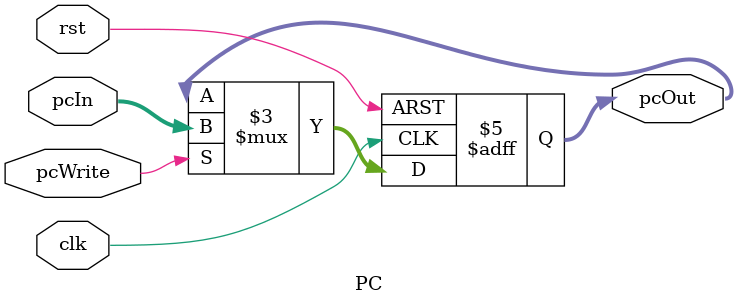
<source format=sv>
`timescale 1ns/1ns

module PC (input clk, rst, pcWrite, input [31:0] pcIn, output reg [31:0] pcOut);
    always @(posedge clk, posedge rst) begin
        if (rst)
            pcOut <= 0;
        else if (pcWrite)
            pcOut <= pcIn;
        else
            pcOut <= pcOut;
    end
endmodule

</source>
